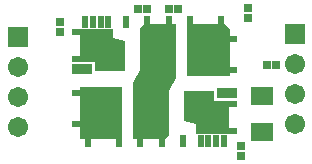
<source format=gts>
G04*
G04 #@! TF.GenerationSoftware,Altium Limited,Altium NEXUS,1.1.6 (48)*
G04*
G04 Layer_Color=8388736*
%FSLAX25Y25*%
%MOIN*%
G70*
G01*
G75*
%ADD19R,0.03950X0.02178*%
%ADD20R,0.06863X0.03477*%
%ADD21R,0.02178X0.03950*%
%ADD22R,0.02080X0.03950*%
%ADD23R,0.03950X0.01981*%
%ADD24R,0.02847X0.02847*%
%ADD25R,0.02847X0.02847*%
%ADD26R,0.07296X0.06312*%
%ADD27C,0.06706*%
%ADD28R,0.06706X0.06706*%
G36*
X41969Y8760D02*
X41969Y26162D01*
X27776Y26142D01*
Y8760D01*
X41969Y8760D01*
D02*
G37*
G36*
X27992Y34488D02*
X33012D01*
X33012Y31280D01*
X42854Y31280D01*
Y41352D01*
X38996Y42327D01*
X38996Y45512D01*
X27992D01*
Y34488D01*
D02*
G37*
G36*
X75886Y47244D02*
X77874Y45256D01*
X77874Y29863D01*
X63583Y29842D01*
X63583Y47244D01*
X75886Y47244D01*
D02*
G37*
G36*
X72539Y21496D02*
X77559D01*
Y10472D01*
X66555Y10473D01*
X66555Y13644D01*
X62736Y14609D01*
X62736Y24705D01*
X72539D01*
X72539Y21496D01*
D02*
G37*
G36*
X59764Y47126D02*
X59764Y29055D01*
X57539Y24705D01*
X57539Y10076D01*
X56272Y8898D01*
X45650Y8898D01*
Y27351D01*
X48076Y31813D01*
Y45714D01*
X49488Y47126D01*
X59764Y47126D01*
D02*
G37*
D19*
X27205Y13858D02*
D03*
Y24094D02*
D03*
X78347Y31890D02*
D03*
Y42126D02*
D03*
D20*
X76929Y23976D02*
D03*
X28622Y32008D02*
D03*
D21*
X75827Y8110D02*
D03*
X73268D02*
D03*
X70709D02*
D03*
X68150D02*
D03*
X55354D02*
D03*
X47854Y8110D02*
D03*
X30748Y8110D02*
D03*
X62244Y8110D02*
D03*
X43307Y47874D02*
D03*
X74803Y47874D02*
D03*
X57697Y47874D02*
D03*
X50197Y47874D02*
D03*
X37402D02*
D03*
X34843D02*
D03*
X32283D02*
D03*
X29724D02*
D03*
D22*
X40935Y8110D02*
D03*
X64616Y47874D02*
D03*
D23*
X78386Y11457D02*
D03*
Y20512D02*
D03*
X27165Y35472D02*
D03*
Y44528D02*
D03*
D24*
X57480Y51968D02*
D03*
X60630D02*
D03*
X50394D02*
D03*
X47244D02*
D03*
X90158Y33465D02*
D03*
X93307D02*
D03*
D25*
X21260Y47638D02*
D03*
Y44488D02*
D03*
X81496Y3150D02*
D03*
Y6299D02*
D03*
X83858Y49213D02*
D03*
Y52362D02*
D03*
D26*
X88583Y22933D02*
D03*
Y10925D02*
D03*
D27*
X99587Y13598D02*
D03*
Y23598D02*
D03*
Y33598D02*
D03*
X7087Y12598D02*
D03*
Y22598D02*
D03*
Y32598D02*
D03*
D28*
X99587Y43598D02*
D03*
X7087Y42598D02*
D03*
M02*

</source>
